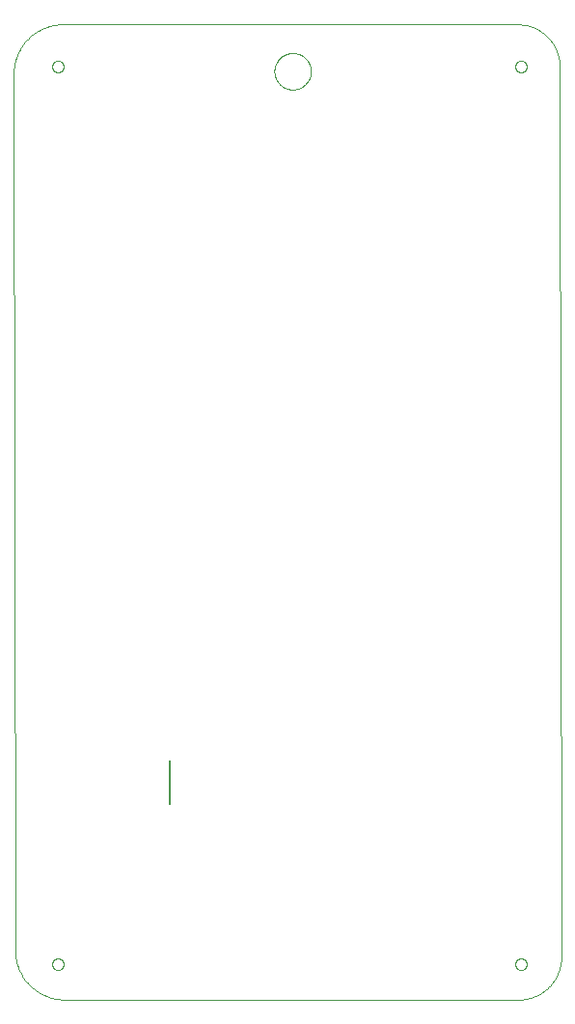
<source format=gbo>
G75*
%MOIN*%
%OFA0B0*%
%FSLAX25Y25*%
%IPPOS*%
%LPD*%
%AMOC8*
5,1,8,0,0,1.08239X$1,22.5*
%
%ADD10C,0.00000*%
%ADD11C,0.00800*%
D10*
X0008809Y0018071D02*
X0008329Y0320837D01*
X0021632Y0323269D02*
X0021634Y0323357D01*
X0021640Y0323445D01*
X0021650Y0323533D01*
X0021664Y0323621D01*
X0021681Y0323707D01*
X0021703Y0323793D01*
X0021728Y0323877D01*
X0021758Y0323961D01*
X0021790Y0324043D01*
X0021827Y0324123D01*
X0021867Y0324202D01*
X0021911Y0324279D01*
X0021958Y0324354D01*
X0022008Y0324426D01*
X0022062Y0324497D01*
X0022118Y0324564D01*
X0022178Y0324630D01*
X0022240Y0324692D01*
X0022306Y0324752D01*
X0022373Y0324808D01*
X0022444Y0324862D01*
X0022516Y0324912D01*
X0022591Y0324959D01*
X0022668Y0325003D01*
X0022747Y0325043D01*
X0022827Y0325080D01*
X0022909Y0325112D01*
X0022993Y0325142D01*
X0023077Y0325167D01*
X0023163Y0325189D01*
X0023249Y0325206D01*
X0023337Y0325220D01*
X0023425Y0325230D01*
X0023513Y0325236D01*
X0023601Y0325238D01*
X0023689Y0325236D01*
X0023777Y0325230D01*
X0023865Y0325220D01*
X0023953Y0325206D01*
X0024039Y0325189D01*
X0024125Y0325167D01*
X0024209Y0325142D01*
X0024293Y0325112D01*
X0024375Y0325080D01*
X0024455Y0325043D01*
X0024534Y0325003D01*
X0024611Y0324959D01*
X0024686Y0324912D01*
X0024758Y0324862D01*
X0024829Y0324808D01*
X0024896Y0324752D01*
X0024962Y0324692D01*
X0025024Y0324630D01*
X0025084Y0324564D01*
X0025140Y0324497D01*
X0025194Y0324426D01*
X0025244Y0324354D01*
X0025291Y0324279D01*
X0025335Y0324202D01*
X0025375Y0324123D01*
X0025412Y0324043D01*
X0025444Y0323961D01*
X0025474Y0323877D01*
X0025499Y0323793D01*
X0025521Y0323707D01*
X0025538Y0323621D01*
X0025552Y0323533D01*
X0025562Y0323445D01*
X0025568Y0323357D01*
X0025570Y0323269D01*
X0025568Y0323181D01*
X0025562Y0323093D01*
X0025552Y0323005D01*
X0025538Y0322917D01*
X0025521Y0322831D01*
X0025499Y0322745D01*
X0025474Y0322661D01*
X0025444Y0322577D01*
X0025412Y0322495D01*
X0025375Y0322415D01*
X0025335Y0322336D01*
X0025291Y0322259D01*
X0025244Y0322184D01*
X0025194Y0322112D01*
X0025140Y0322041D01*
X0025084Y0321974D01*
X0025024Y0321908D01*
X0024962Y0321846D01*
X0024896Y0321786D01*
X0024829Y0321730D01*
X0024758Y0321676D01*
X0024686Y0321626D01*
X0024611Y0321579D01*
X0024534Y0321535D01*
X0024455Y0321495D01*
X0024375Y0321458D01*
X0024293Y0321426D01*
X0024209Y0321396D01*
X0024125Y0321371D01*
X0024039Y0321349D01*
X0023953Y0321332D01*
X0023865Y0321318D01*
X0023777Y0321308D01*
X0023689Y0321302D01*
X0023601Y0321300D01*
X0023513Y0321302D01*
X0023425Y0321308D01*
X0023337Y0321318D01*
X0023249Y0321332D01*
X0023163Y0321349D01*
X0023077Y0321371D01*
X0022993Y0321396D01*
X0022909Y0321426D01*
X0022827Y0321458D01*
X0022747Y0321495D01*
X0022668Y0321535D01*
X0022591Y0321579D01*
X0022516Y0321626D01*
X0022444Y0321676D01*
X0022373Y0321730D01*
X0022306Y0321786D01*
X0022240Y0321846D01*
X0022178Y0321908D01*
X0022118Y0321974D01*
X0022062Y0322041D01*
X0022008Y0322112D01*
X0021958Y0322184D01*
X0021911Y0322259D01*
X0021867Y0322336D01*
X0021827Y0322415D01*
X0021790Y0322495D01*
X0021758Y0322577D01*
X0021728Y0322661D01*
X0021703Y0322745D01*
X0021681Y0322831D01*
X0021664Y0322917D01*
X0021650Y0323005D01*
X0021640Y0323093D01*
X0021634Y0323181D01*
X0021632Y0323269D01*
X0008329Y0320837D02*
X0008334Y0321248D01*
X0008349Y0321659D01*
X0008374Y0322069D01*
X0008408Y0322478D01*
X0008453Y0322887D01*
X0008507Y0323294D01*
X0008572Y0323700D01*
X0008646Y0324104D01*
X0008730Y0324506D01*
X0008823Y0324906D01*
X0008926Y0325304D01*
X0009039Y0325699D01*
X0009161Y0326092D01*
X0009293Y0326481D01*
X0009434Y0326867D01*
X0009584Y0327249D01*
X0009744Y0327628D01*
X0009913Y0328003D01*
X0010090Y0328373D01*
X0010277Y0328739D01*
X0010472Y0329101D01*
X0010676Y0329457D01*
X0010889Y0329809D01*
X0011110Y0330155D01*
X0011339Y0330496D01*
X0011576Y0330832D01*
X0011822Y0331161D01*
X0012075Y0331485D01*
X0012337Y0331802D01*
X0012605Y0332113D01*
X0012882Y0332417D01*
X0013165Y0332714D01*
X0013456Y0333005D01*
X0013753Y0333288D01*
X0014057Y0333565D01*
X0014368Y0333833D01*
X0014685Y0334095D01*
X0015009Y0334348D01*
X0015338Y0334594D01*
X0015674Y0334831D01*
X0016015Y0335060D01*
X0016361Y0335281D01*
X0016713Y0335494D01*
X0017069Y0335698D01*
X0017431Y0335893D01*
X0017797Y0336080D01*
X0018167Y0336257D01*
X0018542Y0336426D01*
X0018921Y0336586D01*
X0019303Y0336736D01*
X0019689Y0336877D01*
X0020078Y0337009D01*
X0020471Y0337131D01*
X0020866Y0337244D01*
X0021264Y0337347D01*
X0021664Y0337440D01*
X0022066Y0337524D01*
X0022470Y0337598D01*
X0022876Y0337663D01*
X0023283Y0337717D01*
X0023692Y0337762D01*
X0024101Y0337796D01*
X0024511Y0337821D01*
X0024922Y0337836D01*
X0025333Y0337841D01*
X0182309Y0337841D01*
X0181632Y0323269D02*
X0181634Y0323357D01*
X0181640Y0323445D01*
X0181650Y0323533D01*
X0181664Y0323621D01*
X0181681Y0323707D01*
X0181703Y0323793D01*
X0181728Y0323877D01*
X0181758Y0323961D01*
X0181790Y0324043D01*
X0181827Y0324123D01*
X0181867Y0324202D01*
X0181911Y0324279D01*
X0181958Y0324354D01*
X0182008Y0324426D01*
X0182062Y0324497D01*
X0182118Y0324564D01*
X0182178Y0324630D01*
X0182240Y0324692D01*
X0182306Y0324752D01*
X0182373Y0324808D01*
X0182444Y0324862D01*
X0182516Y0324912D01*
X0182591Y0324959D01*
X0182668Y0325003D01*
X0182747Y0325043D01*
X0182827Y0325080D01*
X0182909Y0325112D01*
X0182993Y0325142D01*
X0183077Y0325167D01*
X0183163Y0325189D01*
X0183249Y0325206D01*
X0183337Y0325220D01*
X0183425Y0325230D01*
X0183513Y0325236D01*
X0183601Y0325238D01*
X0183689Y0325236D01*
X0183777Y0325230D01*
X0183865Y0325220D01*
X0183953Y0325206D01*
X0184039Y0325189D01*
X0184125Y0325167D01*
X0184209Y0325142D01*
X0184293Y0325112D01*
X0184375Y0325080D01*
X0184455Y0325043D01*
X0184534Y0325003D01*
X0184611Y0324959D01*
X0184686Y0324912D01*
X0184758Y0324862D01*
X0184829Y0324808D01*
X0184896Y0324752D01*
X0184962Y0324692D01*
X0185024Y0324630D01*
X0185084Y0324564D01*
X0185140Y0324497D01*
X0185194Y0324426D01*
X0185244Y0324354D01*
X0185291Y0324279D01*
X0185335Y0324202D01*
X0185375Y0324123D01*
X0185412Y0324043D01*
X0185444Y0323961D01*
X0185474Y0323877D01*
X0185499Y0323793D01*
X0185521Y0323707D01*
X0185538Y0323621D01*
X0185552Y0323533D01*
X0185562Y0323445D01*
X0185568Y0323357D01*
X0185570Y0323269D01*
X0185568Y0323181D01*
X0185562Y0323093D01*
X0185552Y0323005D01*
X0185538Y0322917D01*
X0185521Y0322831D01*
X0185499Y0322745D01*
X0185474Y0322661D01*
X0185444Y0322577D01*
X0185412Y0322495D01*
X0185375Y0322415D01*
X0185335Y0322336D01*
X0185291Y0322259D01*
X0185244Y0322184D01*
X0185194Y0322112D01*
X0185140Y0322041D01*
X0185084Y0321974D01*
X0185024Y0321908D01*
X0184962Y0321846D01*
X0184896Y0321786D01*
X0184829Y0321730D01*
X0184758Y0321676D01*
X0184686Y0321626D01*
X0184611Y0321579D01*
X0184534Y0321535D01*
X0184455Y0321495D01*
X0184375Y0321458D01*
X0184293Y0321426D01*
X0184209Y0321396D01*
X0184125Y0321371D01*
X0184039Y0321349D01*
X0183953Y0321332D01*
X0183865Y0321318D01*
X0183777Y0321308D01*
X0183689Y0321302D01*
X0183601Y0321300D01*
X0183513Y0321302D01*
X0183425Y0321308D01*
X0183337Y0321318D01*
X0183249Y0321332D01*
X0183163Y0321349D01*
X0183077Y0321371D01*
X0182993Y0321396D01*
X0182909Y0321426D01*
X0182827Y0321458D01*
X0182747Y0321495D01*
X0182668Y0321535D01*
X0182591Y0321579D01*
X0182516Y0321626D01*
X0182444Y0321676D01*
X0182373Y0321730D01*
X0182306Y0321786D01*
X0182240Y0321846D01*
X0182178Y0321908D01*
X0182118Y0321974D01*
X0182062Y0322041D01*
X0182008Y0322112D01*
X0181958Y0322184D01*
X0181911Y0322259D01*
X0181867Y0322336D01*
X0181827Y0322415D01*
X0181790Y0322495D01*
X0181758Y0322577D01*
X0181728Y0322661D01*
X0181703Y0322745D01*
X0181681Y0322831D01*
X0181664Y0322917D01*
X0181650Y0323005D01*
X0181640Y0323093D01*
X0181634Y0323181D01*
X0181632Y0323269D01*
X0182309Y0337841D02*
X0182665Y0337837D01*
X0183020Y0337824D01*
X0183375Y0337802D01*
X0183730Y0337772D01*
X0184083Y0337734D01*
X0184436Y0337687D01*
X0184787Y0337631D01*
X0185137Y0337567D01*
X0185486Y0337494D01*
X0185832Y0337413D01*
X0186176Y0337324D01*
X0186518Y0337226D01*
X0186858Y0337121D01*
X0187195Y0337006D01*
X0187529Y0336884D01*
X0187860Y0336754D01*
X0188188Y0336616D01*
X0188512Y0336470D01*
X0188833Y0336316D01*
X0189150Y0336155D01*
X0189463Y0335986D01*
X0189772Y0335809D01*
X0190076Y0335625D01*
X0190376Y0335434D01*
X0190671Y0335235D01*
X0190962Y0335030D01*
X0191247Y0334817D01*
X0191527Y0334598D01*
X0191802Y0334371D01*
X0192071Y0334139D01*
X0192334Y0333900D01*
X0192592Y0333654D01*
X0192843Y0333403D01*
X0193089Y0333145D01*
X0193328Y0332882D01*
X0193560Y0332613D01*
X0193787Y0332338D01*
X0194006Y0332058D01*
X0194219Y0331773D01*
X0194424Y0331482D01*
X0194623Y0331187D01*
X0194814Y0330887D01*
X0194998Y0330583D01*
X0195175Y0330274D01*
X0195344Y0329961D01*
X0195505Y0329644D01*
X0195659Y0329323D01*
X0195805Y0328999D01*
X0195943Y0328671D01*
X0196073Y0328340D01*
X0196195Y0328006D01*
X0196310Y0327669D01*
X0196415Y0327329D01*
X0196513Y0326987D01*
X0196602Y0326643D01*
X0196683Y0326297D01*
X0196756Y0325948D01*
X0196820Y0325598D01*
X0196876Y0325247D01*
X0196923Y0324894D01*
X0196961Y0324541D01*
X0196991Y0324186D01*
X0197013Y0323831D01*
X0197026Y0323476D01*
X0197030Y0323120D01*
X0197510Y0015784D01*
X0181609Y0013209D02*
X0181611Y0013297D01*
X0181617Y0013385D01*
X0181627Y0013473D01*
X0181641Y0013561D01*
X0181658Y0013647D01*
X0181680Y0013733D01*
X0181705Y0013817D01*
X0181735Y0013901D01*
X0181767Y0013983D01*
X0181804Y0014063D01*
X0181844Y0014142D01*
X0181888Y0014219D01*
X0181935Y0014294D01*
X0181985Y0014366D01*
X0182039Y0014437D01*
X0182095Y0014504D01*
X0182155Y0014570D01*
X0182217Y0014632D01*
X0182283Y0014692D01*
X0182350Y0014748D01*
X0182421Y0014802D01*
X0182493Y0014852D01*
X0182568Y0014899D01*
X0182645Y0014943D01*
X0182724Y0014983D01*
X0182804Y0015020D01*
X0182886Y0015052D01*
X0182970Y0015082D01*
X0183054Y0015107D01*
X0183140Y0015129D01*
X0183226Y0015146D01*
X0183314Y0015160D01*
X0183402Y0015170D01*
X0183490Y0015176D01*
X0183578Y0015178D01*
X0183666Y0015176D01*
X0183754Y0015170D01*
X0183842Y0015160D01*
X0183930Y0015146D01*
X0184016Y0015129D01*
X0184102Y0015107D01*
X0184186Y0015082D01*
X0184270Y0015052D01*
X0184352Y0015020D01*
X0184432Y0014983D01*
X0184511Y0014943D01*
X0184588Y0014899D01*
X0184663Y0014852D01*
X0184735Y0014802D01*
X0184806Y0014748D01*
X0184873Y0014692D01*
X0184939Y0014632D01*
X0185001Y0014570D01*
X0185061Y0014504D01*
X0185117Y0014437D01*
X0185171Y0014366D01*
X0185221Y0014294D01*
X0185268Y0014219D01*
X0185312Y0014142D01*
X0185352Y0014063D01*
X0185389Y0013983D01*
X0185421Y0013901D01*
X0185451Y0013817D01*
X0185476Y0013733D01*
X0185498Y0013647D01*
X0185515Y0013561D01*
X0185529Y0013473D01*
X0185539Y0013385D01*
X0185545Y0013297D01*
X0185547Y0013209D01*
X0185545Y0013121D01*
X0185539Y0013033D01*
X0185529Y0012945D01*
X0185515Y0012857D01*
X0185498Y0012771D01*
X0185476Y0012685D01*
X0185451Y0012601D01*
X0185421Y0012517D01*
X0185389Y0012435D01*
X0185352Y0012355D01*
X0185312Y0012276D01*
X0185268Y0012199D01*
X0185221Y0012124D01*
X0185171Y0012052D01*
X0185117Y0011981D01*
X0185061Y0011914D01*
X0185001Y0011848D01*
X0184939Y0011786D01*
X0184873Y0011726D01*
X0184806Y0011670D01*
X0184735Y0011616D01*
X0184663Y0011566D01*
X0184588Y0011519D01*
X0184511Y0011475D01*
X0184432Y0011435D01*
X0184352Y0011398D01*
X0184270Y0011366D01*
X0184186Y0011336D01*
X0184102Y0011311D01*
X0184016Y0011289D01*
X0183930Y0011272D01*
X0183842Y0011258D01*
X0183754Y0011248D01*
X0183666Y0011242D01*
X0183578Y0011240D01*
X0183490Y0011242D01*
X0183402Y0011248D01*
X0183314Y0011258D01*
X0183226Y0011272D01*
X0183140Y0011289D01*
X0183054Y0011311D01*
X0182970Y0011336D01*
X0182886Y0011366D01*
X0182804Y0011398D01*
X0182724Y0011435D01*
X0182645Y0011475D01*
X0182568Y0011519D01*
X0182493Y0011566D01*
X0182421Y0011616D01*
X0182350Y0011670D01*
X0182283Y0011726D01*
X0182217Y0011786D01*
X0182155Y0011848D01*
X0182095Y0011914D01*
X0182039Y0011981D01*
X0181985Y0012052D01*
X0181935Y0012124D01*
X0181888Y0012199D01*
X0181844Y0012276D01*
X0181804Y0012355D01*
X0181767Y0012435D01*
X0181735Y0012517D01*
X0181705Y0012601D01*
X0181680Y0012685D01*
X0181658Y0012771D01*
X0181641Y0012857D01*
X0181627Y0012945D01*
X0181617Y0013033D01*
X0181611Y0013121D01*
X0181609Y0013209D01*
X0182726Y0001000D02*
X0183083Y0001004D01*
X0183440Y0001017D01*
X0183797Y0001039D01*
X0184153Y0001069D01*
X0184508Y0001108D01*
X0184862Y0001155D01*
X0185215Y0001211D01*
X0185566Y0001275D01*
X0185916Y0001348D01*
X0186264Y0001430D01*
X0186610Y0001519D01*
X0186953Y0001617D01*
X0187295Y0001724D01*
X0187633Y0001838D01*
X0187968Y0001961D01*
X0188301Y0002091D01*
X0188630Y0002230D01*
X0188956Y0002377D01*
X0189278Y0002531D01*
X0189596Y0002693D01*
X0189911Y0002863D01*
X0190221Y0003041D01*
X0190527Y0003225D01*
X0190828Y0003418D01*
X0191124Y0003617D01*
X0191416Y0003823D01*
X0191702Y0004037D01*
X0191984Y0004257D01*
X0192259Y0004484D01*
X0192530Y0004718D01*
X0192794Y0004958D01*
X0193053Y0005205D01*
X0193305Y0005457D01*
X0193552Y0005716D01*
X0193792Y0005980D01*
X0194026Y0006251D01*
X0194253Y0006526D01*
X0194473Y0006808D01*
X0194687Y0007094D01*
X0194893Y0007386D01*
X0195092Y0007682D01*
X0195285Y0007983D01*
X0195469Y0008289D01*
X0195647Y0008599D01*
X0195817Y0008914D01*
X0195979Y0009232D01*
X0196133Y0009554D01*
X0196280Y0009880D01*
X0196419Y0010209D01*
X0196549Y0010542D01*
X0196672Y0010877D01*
X0196786Y0011215D01*
X0196893Y0011557D01*
X0196991Y0011900D01*
X0197080Y0012246D01*
X0197162Y0012594D01*
X0197235Y0012944D01*
X0197299Y0013295D01*
X0197355Y0013648D01*
X0197402Y0014002D01*
X0197441Y0014357D01*
X0197471Y0014713D01*
X0197493Y0015070D01*
X0197506Y0015427D01*
X0197510Y0015784D01*
X0182726Y0001000D02*
X0025880Y0001000D01*
X0021609Y0013209D02*
X0021611Y0013297D01*
X0021617Y0013385D01*
X0021627Y0013473D01*
X0021641Y0013561D01*
X0021658Y0013647D01*
X0021680Y0013733D01*
X0021705Y0013817D01*
X0021735Y0013901D01*
X0021767Y0013983D01*
X0021804Y0014063D01*
X0021844Y0014142D01*
X0021888Y0014219D01*
X0021935Y0014294D01*
X0021985Y0014366D01*
X0022039Y0014437D01*
X0022095Y0014504D01*
X0022155Y0014570D01*
X0022217Y0014632D01*
X0022283Y0014692D01*
X0022350Y0014748D01*
X0022421Y0014802D01*
X0022493Y0014852D01*
X0022568Y0014899D01*
X0022645Y0014943D01*
X0022724Y0014983D01*
X0022804Y0015020D01*
X0022886Y0015052D01*
X0022970Y0015082D01*
X0023054Y0015107D01*
X0023140Y0015129D01*
X0023226Y0015146D01*
X0023314Y0015160D01*
X0023402Y0015170D01*
X0023490Y0015176D01*
X0023578Y0015178D01*
X0023666Y0015176D01*
X0023754Y0015170D01*
X0023842Y0015160D01*
X0023930Y0015146D01*
X0024016Y0015129D01*
X0024102Y0015107D01*
X0024186Y0015082D01*
X0024270Y0015052D01*
X0024352Y0015020D01*
X0024432Y0014983D01*
X0024511Y0014943D01*
X0024588Y0014899D01*
X0024663Y0014852D01*
X0024735Y0014802D01*
X0024806Y0014748D01*
X0024873Y0014692D01*
X0024939Y0014632D01*
X0025001Y0014570D01*
X0025061Y0014504D01*
X0025117Y0014437D01*
X0025171Y0014366D01*
X0025221Y0014294D01*
X0025268Y0014219D01*
X0025312Y0014142D01*
X0025352Y0014063D01*
X0025389Y0013983D01*
X0025421Y0013901D01*
X0025451Y0013817D01*
X0025476Y0013733D01*
X0025498Y0013647D01*
X0025515Y0013561D01*
X0025529Y0013473D01*
X0025539Y0013385D01*
X0025545Y0013297D01*
X0025547Y0013209D01*
X0025545Y0013121D01*
X0025539Y0013033D01*
X0025529Y0012945D01*
X0025515Y0012857D01*
X0025498Y0012771D01*
X0025476Y0012685D01*
X0025451Y0012601D01*
X0025421Y0012517D01*
X0025389Y0012435D01*
X0025352Y0012355D01*
X0025312Y0012276D01*
X0025268Y0012199D01*
X0025221Y0012124D01*
X0025171Y0012052D01*
X0025117Y0011981D01*
X0025061Y0011914D01*
X0025001Y0011848D01*
X0024939Y0011786D01*
X0024873Y0011726D01*
X0024806Y0011670D01*
X0024735Y0011616D01*
X0024663Y0011566D01*
X0024588Y0011519D01*
X0024511Y0011475D01*
X0024432Y0011435D01*
X0024352Y0011398D01*
X0024270Y0011366D01*
X0024186Y0011336D01*
X0024102Y0011311D01*
X0024016Y0011289D01*
X0023930Y0011272D01*
X0023842Y0011258D01*
X0023754Y0011248D01*
X0023666Y0011242D01*
X0023578Y0011240D01*
X0023490Y0011242D01*
X0023402Y0011248D01*
X0023314Y0011258D01*
X0023226Y0011272D01*
X0023140Y0011289D01*
X0023054Y0011311D01*
X0022970Y0011336D01*
X0022886Y0011366D01*
X0022804Y0011398D01*
X0022724Y0011435D01*
X0022645Y0011475D01*
X0022568Y0011519D01*
X0022493Y0011566D01*
X0022421Y0011616D01*
X0022350Y0011670D01*
X0022283Y0011726D01*
X0022217Y0011786D01*
X0022155Y0011848D01*
X0022095Y0011914D01*
X0022039Y0011981D01*
X0021985Y0012052D01*
X0021935Y0012124D01*
X0021888Y0012199D01*
X0021844Y0012276D01*
X0021804Y0012355D01*
X0021767Y0012435D01*
X0021735Y0012517D01*
X0021705Y0012601D01*
X0021680Y0012685D01*
X0021658Y0012771D01*
X0021641Y0012857D01*
X0021627Y0012945D01*
X0021617Y0013033D01*
X0021611Y0013121D01*
X0021609Y0013209D01*
X0025880Y0001000D02*
X0025468Y0001005D01*
X0025055Y0001020D01*
X0024643Y0001045D01*
X0024232Y0001080D01*
X0023822Y0001124D01*
X0023413Y0001179D01*
X0023006Y0001244D01*
X0022600Y0001318D01*
X0022196Y0001402D01*
X0021795Y0001496D01*
X0021395Y0001600D01*
X0020999Y0001713D01*
X0020605Y0001836D01*
X0020214Y0001968D01*
X0019827Y0002109D01*
X0019443Y0002260D01*
X0019062Y0002420D01*
X0018686Y0002590D01*
X0018314Y0002768D01*
X0017947Y0002955D01*
X0017584Y0003151D01*
X0017226Y0003356D01*
X0016873Y0003570D01*
X0016525Y0003792D01*
X0016183Y0004022D01*
X0015846Y0004260D01*
X0015515Y0004507D01*
X0015190Y0004761D01*
X0014872Y0005023D01*
X0014560Y0005293D01*
X0014254Y0005570D01*
X0013956Y0005855D01*
X0013664Y0006147D01*
X0013379Y0006445D01*
X0013102Y0006751D01*
X0012832Y0007063D01*
X0012570Y0007381D01*
X0012316Y0007706D01*
X0012069Y0008037D01*
X0011831Y0008374D01*
X0011601Y0008716D01*
X0011379Y0009064D01*
X0011165Y0009417D01*
X0010960Y0009775D01*
X0010764Y0010138D01*
X0010577Y0010505D01*
X0010399Y0010877D01*
X0010229Y0011253D01*
X0010069Y0011634D01*
X0009918Y0012018D01*
X0009777Y0012405D01*
X0009645Y0012796D01*
X0009522Y0013190D01*
X0009409Y0013586D01*
X0009305Y0013986D01*
X0009211Y0014387D01*
X0009127Y0014791D01*
X0009053Y0015197D01*
X0008988Y0015604D01*
X0008933Y0016013D01*
X0008889Y0016423D01*
X0008854Y0016834D01*
X0008829Y0017246D01*
X0008814Y0017659D01*
X0008809Y0018071D01*
X0098410Y0321609D02*
X0098412Y0321767D01*
X0098418Y0321925D01*
X0098428Y0322083D01*
X0098442Y0322241D01*
X0098460Y0322398D01*
X0098481Y0322555D01*
X0098507Y0322711D01*
X0098537Y0322867D01*
X0098570Y0323022D01*
X0098608Y0323175D01*
X0098649Y0323328D01*
X0098694Y0323480D01*
X0098743Y0323631D01*
X0098796Y0323780D01*
X0098852Y0323928D01*
X0098912Y0324074D01*
X0098976Y0324219D01*
X0099044Y0324362D01*
X0099115Y0324504D01*
X0099189Y0324644D01*
X0099267Y0324781D01*
X0099349Y0324917D01*
X0099433Y0325051D01*
X0099522Y0325182D01*
X0099613Y0325311D01*
X0099708Y0325438D01*
X0099805Y0325563D01*
X0099906Y0325685D01*
X0100010Y0325804D01*
X0100117Y0325921D01*
X0100227Y0326035D01*
X0100340Y0326146D01*
X0100455Y0326255D01*
X0100573Y0326360D01*
X0100694Y0326462D01*
X0100817Y0326562D01*
X0100943Y0326658D01*
X0101071Y0326751D01*
X0101201Y0326841D01*
X0101334Y0326927D01*
X0101469Y0327011D01*
X0101605Y0327090D01*
X0101744Y0327167D01*
X0101885Y0327239D01*
X0102027Y0327309D01*
X0102171Y0327374D01*
X0102317Y0327436D01*
X0102464Y0327494D01*
X0102613Y0327549D01*
X0102763Y0327600D01*
X0102914Y0327647D01*
X0103066Y0327690D01*
X0103219Y0327729D01*
X0103374Y0327765D01*
X0103529Y0327796D01*
X0103685Y0327824D01*
X0103841Y0327848D01*
X0103998Y0327868D01*
X0104156Y0327884D01*
X0104313Y0327896D01*
X0104472Y0327904D01*
X0104630Y0327908D01*
X0104788Y0327908D01*
X0104946Y0327904D01*
X0105105Y0327896D01*
X0105262Y0327884D01*
X0105420Y0327868D01*
X0105577Y0327848D01*
X0105733Y0327824D01*
X0105889Y0327796D01*
X0106044Y0327765D01*
X0106199Y0327729D01*
X0106352Y0327690D01*
X0106504Y0327647D01*
X0106655Y0327600D01*
X0106805Y0327549D01*
X0106954Y0327494D01*
X0107101Y0327436D01*
X0107247Y0327374D01*
X0107391Y0327309D01*
X0107533Y0327239D01*
X0107674Y0327167D01*
X0107813Y0327090D01*
X0107949Y0327011D01*
X0108084Y0326927D01*
X0108217Y0326841D01*
X0108347Y0326751D01*
X0108475Y0326658D01*
X0108601Y0326562D01*
X0108724Y0326462D01*
X0108845Y0326360D01*
X0108963Y0326255D01*
X0109078Y0326146D01*
X0109191Y0326035D01*
X0109301Y0325921D01*
X0109408Y0325804D01*
X0109512Y0325685D01*
X0109613Y0325563D01*
X0109710Y0325438D01*
X0109805Y0325311D01*
X0109896Y0325182D01*
X0109985Y0325051D01*
X0110069Y0324917D01*
X0110151Y0324781D01*
X0110229Y0324644D01*
X0110303Y0324504D01*
X0110374Y0324362D01*
X0110442Y0324219D01*
X0110506Y0324074D01*
X0110566Y0323928D01*
X0110622Y0323780D01*
X0110675Y0323631D01*
X0110724Y0323480D01*
X0110769Y0323328D01*
X0110810Y0323175D01*
X0110848Y0323022D01*
X0110881Y0322867D01*
X0110911Y0322711D01*
X0110937Y0322555D01*
X0110958Y0322398D01*
X0110976Y0322241D01*
X0110990Y0322083D01*
X0111000Y0321925D01*
X0111006Y0321767D01*
X0111008Y0321609D01*
X0111006Y0321451D01*
X0111000Y0321293D01*
X0110990Y0321135D01*
X0110976Y0320977D01*
X0110958Y0320820D01*
X0110937Y0320663D01*
X0110911Y0320507D01*
X0110881Y0320351D01*
X0110848Y0320196D01*
X0110810Y0320043D01*
X0110769Y0319890D01*
X0110724Y0319738D01*
X0110675Y0319587D01*
X0110622Y0319438D01*
X0110566Y0319290D01*
X0110506Y0319144D01*
X0110442Y0318999D01*
X0110374Y0318856D01*
X0110303Y0318714D01*
X0110229Y0318574D01*
X0110151Y0318437D01*
X0110069Y0318301D01*
X0109985Y0318167D01*
X0109896Y0318036D01*
X0109805Y0317907D01*
X0109710Y0317780D01*
X0109613Y0317655D01*
X0109512Y0317533D01*
X0109408Y0317414D01*
X0109301Y0317297D01*
X0109191Y0317183D01*
X0109078Y0317072D01*
X0108963Y0316963D01*
X0108845Y0316858D01*
X0108724Y0316756D01*
X0108601Y0316656D01*
X0108475Y0316560D01*
X0108347Y0316467D01*
X0108217Y0316377D01*
X0108084Y0316291D01*
X0107949Y0316207D01*
X0107813Y0316128D01*
X0107674Y0316051D01*
X0107533Y0315979D01*
X0107391Y0315909D01*
X0107247Y0315844D01*
X0107101Y0315782D01*
X0106954Y0315724D01*
X0106805Y0315669D01*
X0106655Y0315618D01*
X0106504Y0315571D01*
X0106352Y0315528D01*
X0106199Y0315489D01*
X0106044Y0315453D01*
X0105889Y0315422D01*
X0105733Y0315394D01*
X0105577Y0315370D01*
X0105420Y0315350D01*
X0105262Y0315334D01*
X0105105Y0315322D01*
X0104946Y0315314D01*
X0104788Y0315310D01*
X0104630Y0315310D01*
X0104472Y0315314D01*
X0104313Y0315322D01*
X0104156Y0315334D01*
X0103998Y0315350D01*
X0103841Y0315370D01*
X0103685Y0315394D01*
X0103529Y0315422D01*
X0103374Y0315453D01*
X0103219Y0315489D01*
X0103066Y0315528D01*
X0102914Y0315571D01*
X0102763Y0315618D01*
X0102613Y0315669D01*
X0102464Y0315724D01*
X0102317Y0315782D01*
X0102171Y0315844D01*
X0102027Y0315909D01*
X0101885Y0315979D01*
X0101744Y0316051D01*
X0101605Y0316128D01*
X0101469Y0316207D01*
X0101334Y0316291D01*
X0101201Y0316377D01*
X0101071Y0316467D01*
X0100943Y0316560D01*
X0100817Y0316656D01*
X0100694Y0316756D01*
X0100573Y0316858D01*
X0100455Y0316963D01*
X0100340Y0317072D01*
X0100227Y0317183D01*
X0100117Y0317297D01*
X0100010Y0317414D01*
X0099906Y0317533D01*
X0099805Y0317655D01*
X0099708Y0317780D01*
X0099613Y0317907D01*
X0099522Y0318036D01*
X0099433Y0318167D01*
X0099349Y0318301D01*
X0099267Y0318437D01*
X0099189Y0318574D01*
X0099115Y0318714D01*
X0099044Y0318856D01*
X0098976Y0318999D01*
X0098912Y0319144D01*
X0098852Y0319290D01*
X0098796Y0319438D01*
X0098743Y0319587D01*
X0098694Y0319738D01*
X0098649Y0319890D01*
X0098608Y0320043D01*
X0098570Y0320196D01*
X0098537Y0320351D01*
X0098507Y0320507D01*
X0098481Y0320663D01*
X0098460Y0320820D01*
X0098442Y0320977D01*
X0098428Y0321135D01*
X0098418Y0321293D01*
X0098412Y0321451D01*
X0098410Y0321609D01*
D11*
X0062169Y0083500D02*
X0062169Y0068500D01*
M02*

</source>
